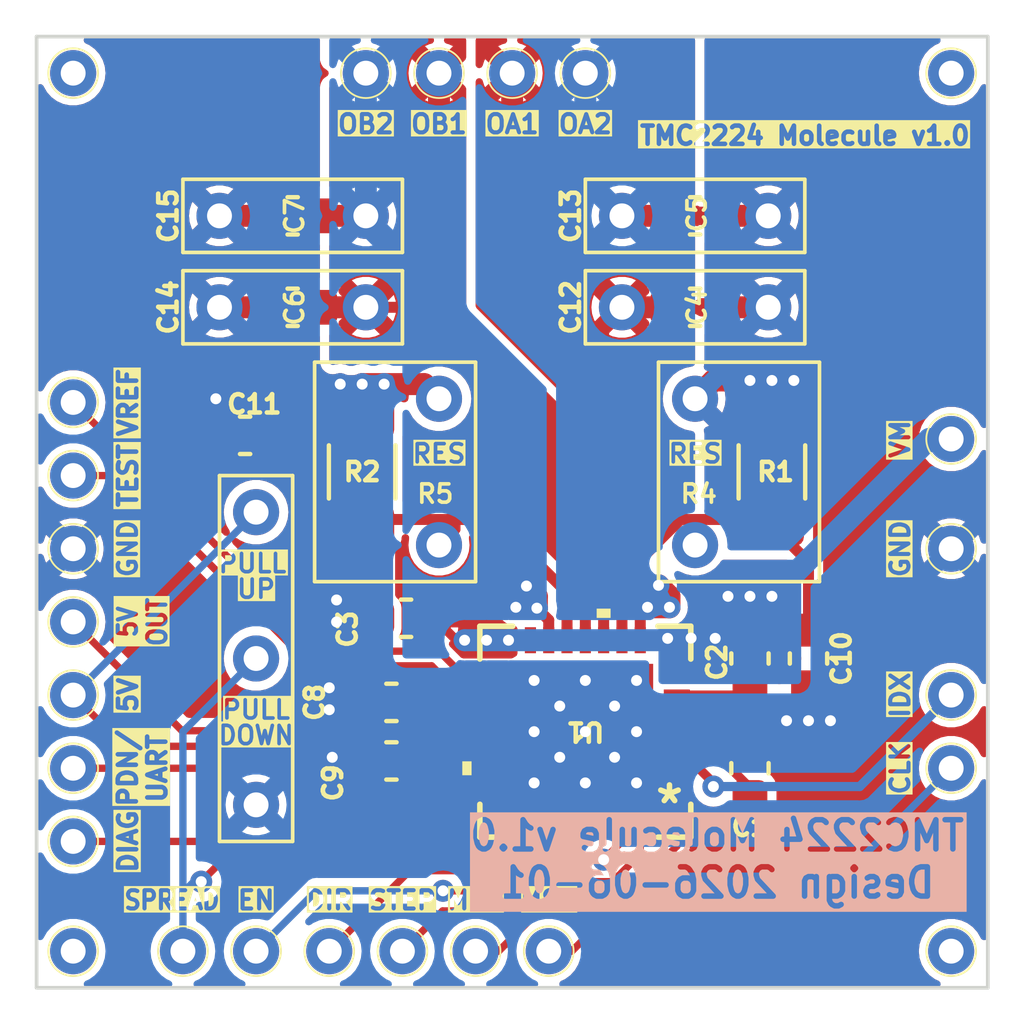
<source format=kicad_pcb>
(kicad_pcb (version 20221018) (generator pcbnew)
  (layers (0 "F.Cu" signal) (1 "In1.Cu" signal) (2 "In2.Cu" signal) (31 "B.Cu" signal) (34 "B.Paste" user) (35 "F.Paste" user) (36 "B.SilkS" user "B.Silkscreen") (37 "F.SilkS" user "F.Silkscreen") (38 "B.Mask" user) (39 "F.Mask" user) (44 "Edge.Cuts" user))
  (property "board_name" "TMC2224 Molecule v1.0")
  (net 0 "")
  (net 5 "Net-(U1-CPI)")
  (net 6 "EN1")
  (net 7 "MS1")
  (net 8 "MS2")
  (net 9 "STEP1")
  (net 10 "DIR1")
  (net 11 "Net-(U1-CPO)")
  (net 12 "Net-(U1-VCP)")
  (net 13 "VM")
  (net 14 "GND")
  (net 15 "SPREAD")
  (net 16 "PDN{slash}UART")
  (net 17 "VREF")
  (net 18 "OB2")
  (net 19 "OB1")
  (net 20 "OA1")
  (net 21 "OA2")
  (net 22 "5VOUT")
  (net 23 "5V")
  (net 24 "Net-(U1-BRA)")
  (net 25 "Net-(U1-BRB)")
  (net 26 "CLK")
  (net 27 "DIAG")
  (net 28 "INDEX")
  (net 29 "Net-(U1-TEST)")
  (footprint "Ray Library 1:ADOM_MEDIUM_PIN" (layer "F.Cu") (at 25 -25)
    (fp_text reference "X3" hide)
    (fp_text value "ADOM_MECHANICAL_PIN" hide)
    (pad "1" thru_hole circle (at 0 0) (size 1.26 1.26) (drill 0.68) (layers "*.Cu" "*.Mask"))
  )
  (footprint "Adom Molecule Library:ADOM_CAPACITOR_CHIP_6x2" (layer "F.Cu") (at 18 -18.6)
    (fp_text reference "C4" (at 0.05 0 90 unlocked) (layer "F.SilkS") (effects (font (size 0.5 0.5) (thickness 0.1))))
    (fp_text value "1nF")
    (pad "1" thru_hole circle (at -2 0) (size 1.26 1.26) (drill 0.68) (layers "*.Cu" "*.Mask") (net 20 "OA1"))
    (pad "2" thru_hole circle (at 2 0) (size 1.26 1.26) (drill 0.68) (layers "*.Cu" "*.Mask") (net 14 "GND"))
  )
  (footprint "Ray Library 1:ADOM_MEDIUM_PIN" (layer "F.Cu") (at 1 -25)
    (fp_text reference "X2" hide)
    (fp_text value "ADOM_MECHANICAL_PIN" hide)
    (pad "1" thru_hole circle (at 0 0) (size 1.26 1.26) (drill 0.68) (layers "*.Cu" "*.Mask"))
  )
  (footprint "Ray Library 1:ADOM_MEDIUM_SPRING_CONTACT" (layer "F.Cu") (at 1 -6)
    (fp_text reference "X7" hide)
    (fp_text value "~" hide)
    (pad "1" thru_hole circle (at 0 0) (size 1.26 1.26) (drill 0.68) (layers "*.Cu" "*.Mask") (net 16 "PDN{slash}UART"))
  )
  (footprint "Ray Library 1:ADOM_MEDIUM_SPRING_CONTACT" (layer "F.Cu") (at 1 -4)
    (fp_text reference "X19" hide)
    (fp_text value "~" hide)
    (pad "1" thru_hole circle (at 0 0) (size 1.26 1.26) (drill 0.68) (layers "*.Cu" "*.Mask") (net 27 "DIAG"))
  )
  (footprint "Resistor_SMD:R_1206_3216Metric" (layer "F.Cu") (at 8.9 -14.1 90)
    (fp_text reference "R2" (at 0 0 180) (layer "F.SilkS") (effects (font (size 0.5 0.5))))
    (fp_text value "0.15r/1%")
    (pad "1" smd roundrect (at -1.4625 0 90) (size 1.125 1.75) (layers "F.Cu" "F.Paste" "F.Mask") (roundrect_rratio 0.222222) (net 25 "Net-(U1-BRB)"))
    (pad "2" smd roundrect (at 1.4625 0 90) (size 1.125 1.75) (layers "F.Cu" "F.Paste" "F.Mask") (roundrect_rratio 0.222222) (net 14 "GND"))
  )
  (footprint "Ray Library 1:ADOM_MEDIUM_SPRING_CONTACT" (layer "F.Cu") (at 15 -25)
    (fp_text reference "X15" hide)
    (fp_text value "~" hide)
    (pad "1" thru_hole circle (at 0 0) (size 1.26 1.26) (drill 0.68) (layers "*.Cu" "*.Mask") (net 21 "OA2"))
  )
  (footprint "Capacitor_SMD:C_0603_1608Metric" (layer "F.Cu") (at 9.7 -6.2)
    (fp_text reference "C9" (at -1.6 0.6 -90) (layer "F.SilkS") (effects (font (size 0.5 0.5))))
    (fp_text value "100nF")
    (pad "1" smd roundrect (at -0.775 0) (size 0.9 0.95) (layers "F.Cu" "F.Paste" "F.Mask") (net 14 "GND"))
    (pad "2" smd roundrect (at 0.775 0) (size 0.9 0.95) (layers "F.Cu" "F.Paste" "F.Mask") (net 23 "5V"))
  )
  (footprint "Capacitor_SMD:C_0603_1608Metric" (layer "F.Cu") (at 19.5 -6 -90)
    (fp_text reference "C1" (at 1.6 0) (layer "F.SilkS") (effects (font (size 0.5 0.5))))
    (fp_text value "22nF")
    (pad "1" smd roundrect (at -0.775 0 270) (size 0.9 0.95) (layers "F.Cu" "F.Paste" "F.Mask") (net 5 "Net-(U1-CPI)"))
    (pad "2" smd roundrect (at 0.775 0 270) (size 0.9 0.95) (layers "F.Cu" "F.Paste" "F.Mask") (net 11 "Net-(U1-CPO)"))
  )
  (footprint "Ray Library 1:ADOM_MEDIUM_SPRING_CONTACT" (layer "F.Cu") (at 1 -10)
    (fp_text reference "X24" hide)
    (fp_text value "~" hide)
    (pad "1" thru_hole circle (at 0 0) (size 1.26 1.26) (drill 0.68) (layers "*.Cu" "*.Mask") (net 22 "5VOUT"))
  )
  (footprint "Ray Library 1:ADOM_MEDIUM_PIN" (layer "F.Cu") (at 1 -1)
    (fp_text reference "X1" hide)
    (fp_text value "ADOM_MECHANICAL_PIN" hide)
    (pad "1" thru_hole circle (at 0 0) (size 1.26 1.26) (drill 0.68) (layers "*.Cu" "*.Mask"))
  )
  (footprint "Ray Library 1:ADOM_MEDIUM_SPRING_CONTACT" (layer "F.Cu") (at 12 -1)
    (fp_text reference "X10" hide)
    (fp_text value "~" hide)
    (pad "1" thru_hole circle (at 0 0) (size 1.26 1.26) (drill 0.68) (layers "*.Cu" "*.Mask") (net 7 "MS1"))
  )
  (footprint "Adom Molecule Library:ADOM_CAPACITOR_CHIP_6x2" (layer "F.Cu") (at 7 -18.6 180)
    (fp_text reference "C6" (at -0.05 0 90 unlocked) (layer "F.SilkS") (effects (font (size 0.5 0.5) (thickness 0.1))))
    (fp_text value "1nF")
    (pad "1" thru_hole circle (at -2 0 180) (size 1.26 1.26) (drill 0.68) (layers "*.Cu" "*.Mask") (net 19 "OB1"))
    (pad "2" thru_hole circle (at 2 0 180) (size 1.26 1.26) (drill 0.68) (layers "*.Cu" "*.Mask") (net 14 "GND"))
  )
  (footprint "Ray Library 1:ADOM_MEDIUM_SPRING_CONTACT" (layer "F.Cu") (at 25 -6)
    (fp_text reference "X5" hide)
    (fp_text value "~" hide)
    (pad "1" thru_hole circle (at 0 0) (size 1.26 1.26) (drill 0.68) (layers "*.Cu" "*.Mask") (net 26 "CLK"))
  )
  (footprint "Ray Library 1:ADOM_MEDIUM_SPRING_CONTACT" (layer "F.Cu") (at 1 -8)
    (fp_text reference "X22" hide)
    (fp_text value "~" hide)
    (pad "1" thru_hole circle (at 0 0) (size 1.26 1.26) (drill 0.68) (layers "*.Cu" "*.Mask") (net 23 "5V"))
  )
  (footprint "Capacitor_SMD:C_0603_1608Metric" (layer "F.Cu") (at 19.5 -9 90)
    (fp_text reference "C2" (at -0.1 -0.9 90) (layer "F.SilkS") (effects (font (size 0.5 0.5))))
    (fp_text value "100nF")
    (pad "1" smd roundrect (at -0.775 0 90) (size 0.9 0.95) (layers "F.Cu" "F.Paste" "F.Mask") (net 12 "Net-(U1-VCP)"))
    (pad "2" smd roundrect (at 0.775 0 90) (size 0.9 0.95) (layers "F.Cu" "F.Paste" "F.Mask") (net 13 "VM"))
  )
  (footprint "Ray Library 1:ADOM_MEDIUM_SPRING_CONTACT" (layer "F.Cu") (at 14 -1)
    (fp_text reference "X9" hide)
    (fp_text value "~" hide)
    (pad "1" thru_hole circle (at 0 0) (size 1.26 1.26) (drill 0.68) (layers "*.Cu" "*.Mask") (net 8 "MS2"))
  )
  (footprint "Adom Molecule Library:ADOM_Resistor_1206" (layer "F.Cu") (at 11 -14.1 90)
    (fp_text reference "R5" (at -0.6 -0.1 unlocked) (layer "F.SilkS") (effects (font (size 0.5 0.5) (thickness 0.1))))
    (fp_text value "0.15r/1%")
    (fp_text user "RES" (at 0.5 0 unlocked) (layer "F.SilkS" knockout) (effects (font (size 0.5 0.5) (thickness 0.1))))
    (pad "1" thru_hole circle (at -2 0 90) (size 1.26 1.26) (drill 0.68) (layers "*.Cu" "*.Mask") (net 25 "Net-(U1-BRB)"))
    (pad "2" thru_hole circle (at 2 0 90) (size 1.26 1.26) (drill 0.68) (layers "*.Cu" "*.Mask") (net 14 "GND"))
  )
  (footprint "Adom Molecule Library:ADOM_CAPACITOR_CHIP_6x2" (layer "F.Cu") (at 7 -21.1 180)
    (fp_text reference "C7" (at -0.05 0 90 unlocked) (layer "F.SilkS") (effects (font (size 0.5 0.5) (thickness 0.1))))
    (fp_text value "1nF")
    (pad "1" thru_hole circle (at -2 0 180) (size 1.26 1.26) (drill 0.68) (layers "*.Cu" "*.Mask") (net 18 "OB2"))
    (pad "2" thru_hole circle (at 2 0 180) (size 1.26 1.26) (drill 0.68) (layers "*.Cu" "*.Mask") (net 14 "GND"))
  )
  (footprint "Adom Molecule Library:ADOM_Resistor_1206" (layer "F.Cu") (at 18 -14.1 -90)
    (fp_text reference "R4" (at 0.6 -0.1 unlocked) (layer "F.SilkS") (effects (font (size 0.5 0.5) (thickness 0.1))))
    (fp_text value "0.15r/1%")
    (fp_text user "RES" (at -0.5 0 unlocked) (layer "F.SilkS" knockout) (effects (font (size 0.5 0.5) (thickness 0.1))))
    (pad "1" thru_hole circle (at -2 0 270) (size 1.26 1.26) (drill 0.68) (layers "*.Cu" "*.Mask") (net 14 "GND"))
    (pad "2" thru_hole circle (at 2 0 270) (size 1.26 1.26) (drill 0.68) (layers "*.Cu" "*.Mask") (net 24 "Net-(U1-BRA)"))
  )
  (footprint "Resistor_SMD:R_1206_3216Metric" (layer "F.Cu") (at 20.1 -14.1 90)
    (fp_text reference "R1" (at 0 0.1 180) (layer "F.SilkS") (effects (font (size 0.5 0.5))))
    (fp_text value "0.15r/1%")
    (pad "1" smd roundrect (at -1.4625 0 90) (size 1.125 1.75) (layers "F.Cu" "F.Paste" "F.Mask") (roundrect_rratio 0.222222) (net 24 "Net-(U1-BRA)"))
    (pad "2" smd roundrect (at 1.4625 0 90) (size 1.125 1.75) (layers "F.Cu" "F.Paste" "F.Mask") (roundrect_rratio 0.222222) (net 14 "GND"))
  )
  (footprint "Capacitor_SMD:C_0603_1608Metric" (layer "F.Cu") (at 7 -18.6 180)
    (fp_text reference "C14" (at 3.4 0 90) (layer "F.SilkS") (effects (font (size 0.5 0.5))))
    (fp_text value "1nF")
    (pad "1" smd roundrect (at -0.775 0 180) (size 0.9 0.95) (layers "F.Cu" "F.Paste" "F.Mask") (net 19 "OB1"))
    (pad "2" smd roundrect (at 0.775 0 180) (size 0.9 0.95) (layers "F.Cu" "F.Paste" "F.Mask") (net 14 "GND"))
  )
  (footprint "Adom Molecule Library:ADOM_CAPACITOR_CHIP_6x2" (layer "F.Cu") (at 18 -21.1)
    (fp_text reference "C5" (at 0.05 -0.05 90 unlocked) (layer "F.SilkS") (effects (font (size 0.5 0.5) (thickness 0.1))))
    (fp_text value "1nF")
    (pad "1" thru_hole circle (at -2 0) (size 1.26 1.26) (drill 0.68) (layers "*.Cu" "*.Mask") (net 21 "OA2"))
    (pad "2" thru_hole circle (at 2 0) (size 1.26 1.26) (drill 0.68) (layers "*.Cu" "*.Mask") (net 14 "GND"))
  )
  (footprint "Ray Library 1:ADOM_MEDIUM_SPRING_CONTACT" (layer "F.Cu") (at 1 -16)
    (fp_text reference "X6" hide)
    (fp_text value "~" hide)
    (pad "1" thru_hole circle (at 0 0) (size 1.26 1.26) (drill 0.68) (layers "*.Cu" "*.Mask") (net 17 "VREF"))
  )
  (footprint "Capacitor_SMD:C_0603_1608Metric" (layer "F.Cu") (at 5.7 -15.1)
    (fp_text reference "C11" (at 0.25 -0.85) (layer "F.SilkS") (effects (font (size 0.5 0.5))))
    (fp_text value "100nF")
    (pad "1" smd roundrect (at -0.775 0) (size 0.9 0.95) (layers "F.Cu" "F.Paste" "F.Mask") (net 14 "GND"))
    (pad "2" smd roundrect (at 0.775 0) (size 0.9 0.95) (layers "F.Cu" "F.Paste" "F.Mask") (net 25 "Net-(U1-BRB)"))
  )
  (footprint "Ray Library 1:ADOM_MEDIUM_SPRING_CONTACT" (layer "F.Cu") (at 25 -8)
    (fp_text reference "X18" hide)
    (fp_text value "~" hide)
    (pad "1" thru_hole circle (at 0 0) (size 1.26 1.26) (drill 0.68) (layers "*.Cu" "*.Mask") (net 28 "INDEX"))
  )
  (footprint "Ray Library 1:ADOM_MEDIUM_SPRING_CONTACT" (layer "F.Cu") (at 9 -25)
    (fp_text reference "X17" hide)
    (fp_text value "~" hide)
    (pad "1" thru_hole circle (at 0 0) (size 1.26 1.26) (drill 0.68) (layers "*.Cu" "*.Mask") (net 18 "OB2"))
  )
  (footprint "Ray Library 1:QFN28_5X5_TRI" (layer "F.Cu") (at 15 -7 180)
    (fp_text reference "U1" (at 0 0 180 unlocked) (layer "F.SilkS") (effects (font (size 0.5 0.5))))
    (fp_text value "~")
    (fp_text user "*" (at -2.3 -2 180) (layer "F.SilkS"))
    (pad "1" smd rect (at -2.5 -1.50114 270) (size 0.3048 0.7112) (layers "F.Cu" "F.Paste" "F.Mask") (net 8 "MS2"))
    (pad "2" smd rect (at -2.5 -1.00076 270) (size 0.3048 0.7112) (layers "F.Cu" "F.Paste" "F.Mask") (net 28 "INDEX"))
    (pad "3" smd rect (at -2.5 -0.50038 270) (size 0.3048 0.7112) (layers "F.Cu" "F.Paste" "F.Mask") (net 14 "GND"))
    (pad "4" smd rect (at -2.5 0 270) (size 0.3048 0.7112) (layers "F.Cu" "F.Paste" "F.Mask") (net 11 "Net-(U1-CPO)"))
    (pad "5" smd rect (at -2.5 0.50038 270) (size 0.3048 0.7112) (layers "F.Cu" "F.Paste" "F.Mask") (net 5 "Net-(U1-CPI)"))
    (pad "6" smd rect (at -2.5 1.00076 270) (size 0.3048 0.7112) (layers "F.Cu" "F.Paste" "F.Mask") (net 12 "Net-(U1-VCP)"))
    (pad "7" smd rect (at -2.5 1.50114 270) (size 0.3048 0.7112) (layers "F.Cu" "F.Paste" "F.Mask") (net 13 "VM"))
    (pad "8" smd rect (at -1.50114 2.5 180) (size 0.3048 0.7112) (layers "F.Cu" "F.Paste" "F.Mask") (net 21 "OA2"))
    (pad "9" smd rect (at -1.00076 2.5 180) (size 0.3048 0.7112) (layers "F.Cu" "F.Paste" "F.Mask") (net 24 "Net-(U1-BRA)"))
    (pad "10" smd rect (at -0.50038 2.5 180) (size 0.3048 0.7112) (layers "F.Cu" "F.Paste" "F.Mask") (net 20 "OA1"))
    (pad "11" smd rect (at 0 2.5 180) (size 0.3048 0.7112) (layers "F.Cu" "F.Paste" "F.Mask") (net 19 "OB1"))
    (pad "12" smd rect (at 0.50038 2.5 180) (size 0.3048 0.7112) (layers "F.Cu" "F.Paste" "F.Mask") (net 25 "Net-(U1-BRB)"))
    (pad "13" smd rect (at 1.00076 2.5 180) (size 0.3048 0.7112) (layers "F.Cu" "F.Paste" "F.Mask") (net 18 "OB2"))
    (pad "14" smd rect (at 1.50114 2.5 180) (size 0.3048 0.7112) (layers "F.Cu" "F.Paste" "F.Mask") (net 13 "VM"))
    (pad "15" smd rect (at 2.5 1.50114 270) (size 0.3048 0.7112) (layers "F.Cu" "F.Paste" "F.Mask") (net 17 "VREF"))
    (pad "16" smd rect (at 2.5 1.00076 270) (size 0.3048 0.7112) (layers "F.Cu" "F.Paste" "F.Mask") (net 29 "Net-(U1-TEST)"))
    (pad "17" smd rect (at 2.5 0.50038 270) (size 0.3048 0.7112) (layers "F.Cu" "F.Paste" "F.Mask") (net 14 "GND"))
    (pad "18" smd rect (at 2.5 0 270) (size 0.3048 0.7112) (layers "F.Cu" "F.Paste" "F.Mask") (net 22 "5VOUT"))
    (pad "19" smd rect (at 2.5 -0.50038 270) (size 0.3048 0.7112) (layers "F.Cu" "F.Paste" "F.Mask") (net 23 "5V"))
    (pad "20" smd rect (at 2.5 -1.00076 270) (size 0.3048 0.7112) (layers "F.Cu" "F.Paste" "F.Mask") (net 16 "PDN{slash}UART"))
    (pad "21" smd rect (at 2.5 -1.50114 270) (size 0.3048 0.7112) (layers "F.Cu" "F.Paste" "F.Mask") (net 27 "DIAG"))
    (pad "22" smd rect (at 1.50114 -2.5 180) (size 0.3048 0.7112) (layers "F.Cu" "F.Paste" "F.Mask") (net 15 "SPREAD"))
    (pad "23" smd rect (at 1.00076 -2.5 180) (size 0.3048 0.7112) (layers "F.Cu" "F.Paste" "F.Mask") (net 10 "DIR1"))
    (pad "24" smd rect (at 0.50038 -2.5 180) (size 0.3048 0.7112) (layers "F.Cu" "F.Paste" "F.Mask") (net 6 "EN1"))
    (pad "25" smd rect (at 0 -2.5 180) (size 0.3048 0.7112) (layers "F.Cu" "F.Paste" "F.Mask") (net 9 "STEP1"))
    (pad "26" smd rect (at -0.50038 -2.5 180) (size 0.3048 0.7112) (layers "F.Cu" "F.Paste" "F.Mask"))
    (pad "27" smd rect (at -1.00076 -2.5 180) (size 0.3048 0.7112) (layers "F.Cu" "F.Paste" "F.Mask") (net 26 "CLK"))
    (pad "28" smd rect (at -1.50114 -2.5 180) (size 0.3048 0.7112) (layers "F.Cu" "F.Paste" "F.Mask") (net 7 "MS1"))
    (pad "PAD" smd rect (at 0 0 180) (size 3.7084 3.7084) (layers "F.Cu" "F.Mask") (net 14 "GND"))
  )
  (footprint "Capacitor_SMD:C_0603_1608Metric" (layer "F.Cu") (at 7 -21.1 180)
    (fp_text reference "C15" (at 3.4 0 90) (layer "F.SilkS") (effects (font (size 0.5 0.5))))
    (fp_text value "1nF")
    (pad "1" smd roundrect (at -0.775 0 180) (size 0.9 0.95) (layers "F.Cu" "F.Paste" "F.Mask") (net 18 "OB2"))
    (pad "2" smd roundrect (at 0.775 0 180) (size 0.9 0.95) (layers "F.Cu" "F.Paste" "F.Mask") (net 14 "GND"))
  )
  (footprint "Adom Molecule Library:ADOM_RESISTOR_CHIP_6x2_3Way_Selector" (layer "F.Cu") (at 6 -9 -90)
    (fp_text reference "RSelect1" hide)
    (fp_text value "Adom_R_3Way_Pullup_or_Pulldown")
    (fp_text user "PULL" (at 1.4 0 unlocked) (layer "F.SilkS" knockout) (effects (font (size 0.5 0.5) (thickness 0.1))))
    (fp_text user "DOWN" (at 2.1 0 unlocked) (layer "F.SilkS" knockout) (effects (font (size 0.5 0.48) (thickness 0.1))))
    (fp_text user " UP " (at -1.9 0 unlocked) (layer "F.SilkS" knockout) (effects (font (size 0.5 0.5) (thickness 0.1))))
    (fp_text user "PULL" (at -2.6 0.1 unlocked) (layer "F.SilkS" knockout) (effects (font (size 0.5 0.5) (thickness 0.1))))
    (pad "1" thru_hole circle (at -4 0 270) (size 1.26 1.26) (drill 0.68) (layers "*.Cu" "*.Mask") (net 23 "5V"))
    (pad "2" thru_hole circle (at 0 0 270) (size 1.26 1.26) (drill 0.68) (layers "*.Cu" "*.Mask") (net 15 "SPREAD"))
    (pad "3" thru_hole circle (at 4 0 270) (size 1.26 1.26) (drill 0.68) (layers "*.Cu" "*.Mask") (net 14 "GND"))
  )
  (footprint "Capacitor_SMD:C_0603_1608Metric" (layer "F.Cu") (at 18 -18.6)
    (fp_text reference "C12" (at -3.4 0 90) (layer "F.SilkS") (effects (font (size 0.5 0.5))))
    (fp_text value "1nF")
    (pad "1" smd roundrect (at -0.775 0) (size 0.9 0.95) (layers "F.Cu" "F.Paste" "F.Mask") (net 20 "OA1"))
    (pad "2" smd roundrect (at 0.775 0) (size 0.9 0.95) (layers "F.Cu" "F.Paste" "F.Mask") (net 14 "GND"))
  )
  (footprint "Ray Library 1:ADOM_MEDIUM_SPRING_CONTACT" (layer "F.Cu") (at 13 -25)
    (fp_text reference "X14" hide)
    (fp_text value "~" hide)
    (pad "1" thru_hole circle (at 0 0) (size 1.26 1.26) (drill 0.68) (layers "*.Cu" "*.Mask") (net 20 "OA1"))
  )
  (footprint "Ray Library 1:ADOM_MEDIUM_SPRING_CONTACT" (layer "F.Cu") (at 1 -12)
    (fp_text reference "X25" hide)
    (fp_text value "~" hide)
    (pad "1" thru_hole circle (at 0 0) (size 1.26 1.26) (drill 0.68) (layers "*.Cu" "*.Mask") (net 14 "GND"))
  )
  (footprint "Ray Library 1:ADOM_MEDIUM_SPRING_CONTACT" (layer "F.Cu") (at 10 -1)
    (fp_text reference "X12" hide)
    (fp_text value "~" hide)
    (pad "1" thru_hole circle (at 0 0) (size 1.26 1.26) (drill 0.68) (layers "*.Cu" "*.Mask") (net 9 "STEP1"))
  )
  (footprint "Ray Library 1:ADOM_MEDIUM_SPRING_CONTACT" (layer "F.Cu") (at 6 -1)
    (fp_text reference "X13" hide)
    (fp_text value "~" hide)
    (pad "1" thru_hole circle (at 0 0) (size 1.26 1.26) (drill 0.68) (layers "*.Cu" "*.Mask") (net 6 "EN1"))
  )
  (footprint "Capacitor_SMD:C_0603_1608Metric" (layer "F.Cu") (at 9.7 -7.8)
    (fp_text reference "C8" (at -2.1 0 90) (layer "F.SilkS") (effects (font (size 0.5 0.5))))
    (fp_text value "2.2uF")
    (pad "1" smd roundrect (at -0.775 0) (size 0.9 0.95) (layers "F.Cu" "F.Paste" "F.Mask") (net 14 "GND"))
    (pad "2" smd roundrect (at 0.775 0) (size 0.9 0.95) (layers "F.Cu" "F.Paste" "F.Mask") (net 22 "5VOUT"))
  )
  (footprint "Ray Library 1:ADOM_MEDIUM_SPRING_CONTACT" (layer "F.Cu") (at 25 -15)
    (fp_text reference "X20" hide)
    (fp_text value "~" hide)
    (pad "1" thru_hole circle (at 0 0) (size 1.26 1.26) (drill 0.68) (layers "*.Cu" "*.Mask") (net 13 "VM"))
  )
  (footprint "Ray Library 1:ADOM_MEDIUM_SPRING_CONTACT" (layer "F.Cu") (at 25 -12)
    (fp_text reference "X21" hide)
    (fp_text value "~" hide)
    (pad "1" thru_hole circle (at 0 0) (size 1.26 1.26) (drill 0.68) (layers "*.Cu" "*.Mask") (net 14 "GND"))
  )
  (footprint "Ray Library 1:ADOM_MEDIUM_PIN" (layer "F.Cu") (at 25 -1)
    (fp_text reference "X4" hide)
    (fp_text value "ADOM_MECHANICAL_PIN" hide)
    (pad "1" thru_hole circle (at 0 0) (size 1.26 1.26) (drill 0.68) (layers "*.Cu" "*.Mask"))
  )
  (footprint "Capacitor_SMD:C_0603_1608Metric" (layer "F.Cu") (at 10.1 -10.1)
    (fp_text reference "C3" (at -1.6 0.3 90) (layer "F.SilkS") (effects (font (size 0.5 0.5))))
    (fp_text value "100nF")
    (pad "1" smd roundrect (at -0.775 0) (size 0.9 0.95) (layers "F.Cu" "F.Paste" "F.Mask") (net 14 "GND"))
    (pad "2" smd roundrect (at 0.775 0) (size 0.9 0.95) (layers "F.Cu" "F.Paste" "F.Mask") (net 13 "VM"))
  )
  (footprint "Capacitor_SMD:C_0603_1608Metric" (layer "F.Cu") (at 21.1 -9 90)
    (fp_text reference "C10" (at 0 0.9 270) (layer "F.SilkS") (effects (font (size 0.5 0.5))))
    (fp_text value "100nF")
    (pad "1" smd roundrect (at -0.775 0 90) (size 0.9 0.95) (layers "F.Cu" "F.Paste" "F.Mask") (net 14 "GND"))
    (pad "2" smd roundrect (at 0.775 0 90) (size 0.9 0.95) (layers "F.Cu" "F.Paste" "F.Mask") (net 24 "Net-(U1-BRA)"))
  )
  (footprint "Ray Library 1:ADOM_MEDIUM_SPRING_CONTACT" (layer "F.Cu") (at 1 -14)
    (fp_text reference "X23" hide)
    (fp_text value "~" hide)
    (pad "1" thru_hole circle (at 0 0) (size 1.26 1.26) (drill 0.68) (layers "*.Cu" "*.Mask") (net 29 "Net-(U1-TEST)"))
  )
  (footprint "Ray Library 1:ADOM_MEDIUM_SPRING_CONTACT" (layer "F.Cu") (at 8 -1)
    (fp_text reference "X11" hide)
    (fp_text value "~" hide)
    (pad "1" thru_hole circle (at 0 0) (size 1.26 1.26) (drill 0.68) (layers "*.Cu" "*.Mask") (net 10 "DIR1"))
  )
  (footprint "Ray Library 1:ADOM_MEDIUM_SPRING_CONTACT" (layer "F.Cu") (at 11 -25)
    (fp_text reference "X16" hide)
    (fp_text value "~" hide)
    (pad "1" thru_hole circle (at 0 0) (size 1.26 1.26) (drill 0.68) (layers "*.Cu" "*.Mask") (net 19 "OB1"))
  )
  (footprint "Ray Library 1:ADOM_MEDIUM_SPRING_CONTACT" (layer "F.Cu") (at 4 -1)
    (fp_text reference "X8" hide)
    (fp_text value "~" hide)
    (pad "1" thru_hole circle (at 0 0) (size 1.26 1.26) (drill 0.68) (layers "*.Cu" "*.Mask") (net 15 "SPREAD"))
  )
  (footprint "Capacitor_SMD:C_0603_1608Metric" (layer "F.Cu") (at 18 -21.1)
    (fp_text reference "C13" (at -3.4 0 90) (layer "F.SilkS") (effects (font (size 0.5 0.5))))
    (fp_text value "1nF")
    (pad "1" smd roundrect (at -0.775 0) (size 0.9 0.95) (layers "F.Cu" "F.Paste" "F.Mask") (net 21 "OA2"))
    (pad "2" smd roundrect (at 0.775 0) (size 0.9 0.95) (layers "F.Cu" "F.Paste" "F.Mask") (net 14 "GND"))
  )
  (gr_line (start 26 0) (end 0 0) (stroke (width 0.1)) (layer "Edge.Cuts"))
  (gr_line (start 0 -26) (end 26 -26) (stroke (width 0.1)) (layer "Edge.Cuts"))
  (gr_line (start 0 0) (end 0 -26) (stroke (width 0.1)) (layer "Edge.Cuts"))
  (gr_line (start 26 -26) (end 26 0) (stroke (width 0.1)) (layer "Edge.Cuts"))
  (gr_text "${board_name}\nDesign ${CURRENT_DATE}" (at 18.6 -2.4) (layer "B.SilkS" knockout) (effects (font (size 0.8 0.75)) (justify bottom mirror)))
  (gr_text "DIAG" (at 2.5 -4 90) (layer "F.SilkS" knockout) (effects (font (size 0.5 0.5) (thickness 0.125) bold)))
  (gr_text "OA2" (at 15 -23.9) (layer "F.SilkS" knockout) (effects (font (size 0.5 0.5) (thickness 0.1125) bold) (justify top)))
  (gr_text "EN" (at 6 -2.1) (layer "F.SilkS" knockout) (effects (font (size 0.5 0.5) (thickness 0.1125) bold) (justify bottom)))
  (gr_text "MS1" (at 12 -2.1) (layer "F.SilkS" knockout) (effects (font (size 0.5 0.5) (thickness 0.1125) bold) (justify bottom)))
  (gr_text "OB2" (at 9 -23.9) (layer "F.SilkS" knockout) (effects (font (size 0.5 0.5) (thickness 0.1125) bold) (justify top)))
  (gr_text "OA1" (at 13 -23.9) (layer "F.SilkS" knockout) (effects (font (size 0.5 0.5) (thickness 0.1125) bold) (justify top)))
  (gr_text "5V" (at 2.5 -8 90) (layer "F.SilkS" knockout) (effects (font (size 0.5 0.5) (thickness 0.125) bold)))
  (gr_text "IDX" (at 23.9 -8 90) (layer "F.SilkS" knockout) (effects (font (size 0.5 0.5) (thickness 0.1125) bold) (justify bottom)))
  (gr_text "CLK" (at 23.9 -6 90) (layer "F.SilkS" knockout) (effects (font (size 0.5 0.5) (thickness 0.1125) bold) (justify bottom)))
  (gr_text "5V\nOUT" (at 2.2 -10 90) (layer "F.SilkS" knockout) (effects (font (size 0.5 0.45) (thickness 0.1125) bold) (justify top)))
  (gr_text "TEST" (at 2.5 -14 90) (layer "F.SilkS" knockout) (effects (font (size 0.5 0.5) (thickness 0.125) bold)))
  (gr_text "VM" (at 23.9 -15 90) (layer "F.SilkS" knockout) (effects (font (size 0.5 0.5) (thickness 0.1125) bold) (justify bottom)))
  (gr_text "PDN/\nUART" (at 2.2 -6 90) (layer "F.SilkS" knockout) (effects (font (size 0.5 0.5) (thickness 0.125) bold) (justify top)))
  (gr_text "STEP" (at 10 -2.1) (layer "F.SilkS" knockout) (effects (font (size 0.5 0.5) (thickness 0.1125) bold) (justify bottom)))
  (gr_text "${board_name}" (at 21 -23) (layer "F.SilkS" knockout) (effects (font (size 0.5 0.5) (thickness 0.125)) (justify bottom)))
  (gr_text "DIR" (at 8 -2.1) (layer "F.SilkS" knockout) (effects (font (size 0.5 0.5) (thickness 0.1125) bold) (justify bottom)))
  (gr_text "GND" (at 23.9 -12 90) (layer "F.SilkS" knockout) (effects (font (size 0.5 0.5) (thickness 0.1125) bold) (justify bottom)))
  (gr_text "SPREAD" (at 3.7 -2.1) (layer "F.SilkS" knockout) (effects (font (size 0.5 0.45) (thickness 0.1125) bold) (justify bottom)))
  (gr_text "GND" (at 2.2 -12 90) (layer "F.SilkS" knockout) (effects (font (size 0.5 0.5) (thickness 0.1125) bold) (justify top)))
  (gr_text "VREF" (at 2.5 -16 90) (layer "F.SilkS" knockout) (effects (font (size 0.5 0.5) (thickness 0.125) bold)))
  (gr_text "MS2" (at 14 -2.1) (layer "F.SilkS" knockout) (effects (font (size 0.5 0.5) (thickness 0.1125) bold) (justify bottom)))
  (gr_text "OB1" (at 11 -23.9) (layer "F.SilkS" knockout) (effects (font (size 0.5 0.5) (thickness 0.1125) bold) (justify top)))
  (segment (start 18.77462 -7.50038) (end 19.5 -6.775) (width 0.25) (layer "F.Cu") (net 5))
  (segment (start 17.5 -7.50038) (end 18.77462 -7.50038) (width 0.25) (layer "F.Cu") (net 5))
  (segment (start 14.49962 -4.002811) (end 13.146809 -2.65) (width 0.2) (layer "F.Cu") (net 6))
  (segment (start 13.146809 -2.65) (end 11.10961 -2.65) (width 0.2) (layer "F.Cu") (net 6))
  (segment (start 14.49962 -4.5) (end 14.49962 -4.002811) (width 0.2) (layer "F.Cu") (net 6))
  (via (at 11.10961 -2.65) (size 0.6) (drill 0.3) (layers "F.Cu" "B.Cu") (net 6))
  (segment (start 7.65 -2.65) (end 11.10961 -2.65) (width 0.2) (layer "B.Cu") (net 6))
  (segment (start 6 -1) (end 7.65 -2.65) (width 0.2) (layer "B.Cu") (net 6))
  (segment (start 16.50114 -3.652611) (end 16.50114 -4.5) (width 0.2) (layer "F.Cu") (net 7))
  (segment (start 12 -1) (end 12.63 -1) (width 0.2) (layer "F.Cu") (net 7))
  (segment (start 14.53 -2.9) (end 15.748529 -2.9) (width 0.2) (layer "F.Cu") (net 7))
  (segment (start 15.748529 -2.9) (end 16.50114 -3.652611) (width 0.2) (layer "F.Cu") (net 7))
  (segment (start 12.63 -1) (end 14.53 -2.9) (width 0.2) (layer "F.Cu") (net 7))
  (segment (start 14 -1) (end 14.63 -1) (width 0.2) (layer "F.Cu") (net 8))
  (segment (start 14.63 -1) (end 17.5 -3.87) (width 0.2) (layer "F.Cu") (net 8))
  (segment (start 17.5 -3.87) (end 17.5 -5.49886) (width 0.2) (layer "F.Cu") (net 8))
  (segment (start 10 -1) (end 11.1 -2.1) (width 0.2) (layer "F.Cu") (net 9))
  (segment (start 15 -3.948529) (end 15 -4.5) (width 0.2) (layer "F.Cu") (net 9))
  (segment (start 13.151471 -2.1) (end 15 -3.948529) (width 0.2) (layer "F.Cu") (net 9))
  (segment (start 11.1 -2.1) (end 13.151471 -2.1) (width 0.2) (layer "F.Cu") (net 9))
  (segment (start 10.2 -3.2) (end 13.131124 -3.2) (width 0.2) (layer "F.Cu") (net 10))
  (segment (start 13.131124 -3.2) (end 13.99924 -4.068116) (width 0.2) (layer "F.Cu") (net 10))
  (segment (start 8 -1) (end 10.2 -3.2) (width 0.2) (layer "F.Cu") (net 10))
  (segment (start 13.99924 -4.068116) (end 13.99924 -4.5) (width 0.2) (layer "F.Cu") (net 10))
  (segment (start 19.5 -5.46724) (end 19.5 -5.225) (width 0.25) (layer "F.Cu") (net 11))
  (segment (start 17.96724 -7) (end 19.5 -5.46724) (width 0.25) (layer "F.Cu") (net 11))
  (segment (start 17.5 -7) (end 17.96724 -7) (width 0.25) (layer "F.Cu") (net 11))
  (segment (start 17.5 -8.00076) (end 19.27576 -8.00076) (width 0.25) (layer "F.Cu") (net 12))
  (segment (start 19.27576 -8.00076) (end 19.5 -8.225) (width 0.25) (layer "F.Cu") (net 12))
  (segment (start 12.9 -9.5) (end 12.3 -9.5) (width 0.25) (layer "F.Cu") (net 13))
  (segment (start 17.3 -9.5) (end 17.832345 -9.5) (width 0.25) (layer "F.Cu") (net 13))
  (segment (start 11.475 -9.5) (end 10.875 -10.1) (width 0.25) (layer "F.Cu") (net 13))
  (segment (start 19.5 -9.775) (end 19.5 -10.7) (width 0.3) (layer "F.Cu") (net 13))
  (segment (start 18.77386 -9.775) (end 19.2 -9.775) (width 0.25) (layer "F.Cu") (net 13))
  (segment (start 13.49886 -9.5) (end 12.9 -9.5) (width 0.25) (layer "F.Cu") (net 13))
  (segment (start 17.890391 -9.558046) (end 18.541954 -9.558046) (width 0.25) (layer "F.Cu") (net 13))
  (segment (start 18.9 -10.7) (end 19.5 -10.7) (width 0.6) (layer "F.Cu") (net 13))
  (segment (start 12.3 -9.5) (end 11.7 -9.5) (width 0.25) (layer "F.Cu") (net 13))
  (segment (start 19.5 -10.7) (end 20.1 -10.7) (width 0.6) (layer "F.Cu") (net 13))
  (segment (start 17.5 -8.50114) (end 17.3 -8.70114) (width 0.25) (layer "F.Cu") (net 13))
  (segment (start 18.541954 -9.558046) (end 18.54943 -9.55057) (width 0.25) (layer "F.Cu") (net 13))
  (segment (start 17.832345 -9.5) (end 17.890391 -9.558046) (width 0.25) (layer "F.Cu") (net 13))
  (segment (start 11.7 -9.5) (end 11.475 -9.5) (width 0.25) (layer "F.Cu") (net 13))
  (segment (start 17.3 -8.70114) (end 17.3 -9.5) (width 0.25) (layer "F.Cu") (net 13))
  (segment (start 18.54943 -9.55057) (end 18.77386 -9.775) (width 0.25) (layer "F.Cu") (net 13))
  (segment (start 17.5 -8.50114) (end 18.54943 -9.55057) (width 0.25) (layer "F.Cu") (net 13))
  (via (at 18.9 -10.7) (size 0.6) (drill 0.3) (layers "F.Cu" "B.Cu") (net 13))
  (via (at 18.55 -9.55057) (size 0.6) (drill 0.3) (layers "F.Cu" "B.Cu") (net 13))
  (via (at 20.1 -10.7) (size 0.6) (drill 0.3) (layers "F.Cu" "B.Cu") (net 13))
  (via (at 11.7 -9.5) (size 0.6) (drill 0.3) (layers "F.Cu" "B.Cu") (net 13))
  (via (at 17.890391 -9.558046) (size 0.6) (drill 0.3) (layers "F.Cu" "B.Cu") (net 13))
  (via (at 17.25 -9.55) (size 0.6) (drill 0.3) (layers "F.Cu" "B.Cu") (net 13))
  (via (at 19.5 -10.7) (size 0.6) (drill 0.3) (layers "F.Cu" "B.Cu") (net 13))
  (via (at 12.3 -9.5) (size 0.6) (drill 0.3) (layers "F.Cu" "B.Cu") (net 13))
  (via (at 12.9 -9.5) (size 0.6) (drill 0.3) (layers "F.Cu" "B.Cu") (net 13))
  (segment (start 24.4 -15) (end 25 -15) (width 0.6) (layer "B.Cu") (net 13))
  (segment (start 19.5 -10.7) (end 18.9 -10.7) (width 0.6) (layer "B.Cu") (net 13))
  (segment (start 12.3 -9.5) (end 12.9 -9.5) (width 0.6) (layer "B.Cu") (net 13))
  (segment (start 17.890391 -9.558046) (end 18.542524 -9.558046) (width 0.6) (layer "B.Cu") (net 13))
  (segment (start 17.2 -9.5) (end 17.25 -9.55) (width 0.6) (layer "B.Cu") (net 13))
  (segment (start 20.1 -10.7) (end 19.5 -10.7) (width 0.6) (layer "B.Cu") (net 13))
  (segment (start 17.882345 -9.55) (end 17.890391 -9.558046) (width 0.6) (layer "B.Cu") (net 13))
  (segment (start 20.2 -10.8) (end 20.1 -10.7) (width 0.6) (layer "B.Cu") (net 13))
  (segment (start 12.9 -9.5) (end 17.2 -9.5) (width 0.6) (layer "B.Cu") (net 13))
  (segment (start 20.2 -10.8) (end 24.4 -15) (width 0.6) (layer "B.Cu") (net 13))
  (segment (start 17.25 -9.55) (end 17.882345 -9.55) (width 0.6) (layer "B.Cu") (net 13))
  (segment (start 11.7 -9.5) (end 12.3 -9.5) (width 0.6) (layer "B.Cu") (net 13))
  (segment (start 18.542524 -9.558046) (end 18.55 -9.55057) (width 0.6) (layer "B.Cu") (net 13))
  (segment (start 8.925 -7.8) (end 8.4 -7.8) (width 0.25) (layer "F.Cu") (net 14))
  (segment (start 4.925 -15.1) (end 4.925 -16.075) (width 0.3) (layer "F.Cu") (net 14))
  (segment (start 15.50038 -6.49962) (end 15 -7) (width 0.25) (layer "F.Cu") (net 14))
  (segment (start 8.925 -6.2) (end 8.181718 -6.2) (width 0.25) (layer "F.Cu") (net 14))
  (segment (start 8.9 -15.5625) (end 8.9 -16.5) (width 0.6) (layer "F.Cu") (net 14))
  (segment (start 12.59962 -7.50038) (end 12.6 -7.5) (width 0.2) (layer "F.Cu") (net 14))
  (segment (start 8.181718 -6.2) (end 8.081988 -6.29973) (width 0.25) (layer "F.Cu") (net 14))
  (segment (start 10.6 -16.5) (end 11 -16.1) (width 0.6) (layer "F.Cu") (net 14))
  (segment (start 12.5 -7.50038) (end 12.59962 -7.50038) (width 0.2) (layer "F.Cu") (net 14))
  (segment (start 17.5 -6.49962) (end 15.50038 -6.49962) (width 0.3) (layer "F.Cu") (net 14))
  (segment (start 8.4 -7.8) (end 8 -8.2) (width 0.25) (layer "F.Cu") (net 14))
  (segment (start 4.925 -16.075) (end 4.9 -16.1) (width 0.3) (layer "F.Cu") (net 14))
  (segment (start 8.2 -10.6) (end 8.7 -10.1) (width 0.25) (layer "F.Cu") (net 14))
  (segment (start 18.775 -18.6) (end 20 -18.6) (width 0.6) (layer "F.Cu") (net 14))
  (segment (start 12.5 -7.50038) (end 14.49962 -7.50038) (width 0.3) (layer "F.Cu") (net 14))
  (segment (start 5 -18.6) (end 6.225 -18.6) (width 0.6) (layer "F.Cu") (net 14))
  (segment (start 18.5 -16.6) (end 20.1 -16.6) (width 0.6) (layer "F.Cu") (net 14))
  (segment (start 8.9 -16.5) (end 10.6 -16.5) (width 0.6) (layer "F.Cu") (net 14))
  (segment (start 20.1 -15.5625) (end 20.1 -16.6) (width 0.6) (layer "F.Cu") (net 14))
  (segment (start 8.7 -10.1) (end 9.325 -10.1) (width 0.25) (layer "F.Cu") (net 14))
  (segment (start 5 -21.1) (end 6.225 -21.1) (width 0.6) (layer "F.Cu") (net 14))
  (segment (start 18 -16.1) (end 18.5 -16.6) (width 0.6) (layer "F.Cu") (net 14))
  (segment (start 14.49962 -7.50038) (end 15 -7) (width 0.25) (layer "F.Cu") (net 14))
  (segment (start 18.775 -21.1) (end 20 -21.1) (width 0.6) (layer "F.Cu") (net 14))
  (segment (start 21.1 -8.225) (end 21.1 -7.3) (width 0.6) (layer "F.Cu") (net 14))
  (via (at 16.4 -8.4) (size 0.6) (drill 0.3) (layers "F.Cu" "B.Cu") (net 14))
  (via (at 16.4 -7) (size 0.6) (drill 0.3) (layers "F.Cu" "B.Cu") (net 14))
  (via (at 14.3 -7.7) (size 0.6) (drill 0.3) (layers "F.Cu" "B.Cu") (net 14))
  (via (at 15 -8.4) (size 0.6) (drill 0.3) (layers "F.Cu" "B.Cu") (net 14))
  (via (at 21.7 -7.3) (size 0.6) (drill 0.3) (layers "F.Cu" "B.Cu") (net 14))
  (via (at 8 -7.6) (size 0.6) (drill 0.3) (layers "F.Cu" "B.Cu") (net 14))
  (via (at 19.5 -16.6) (size 0.6) (drill 0.3) (layers "F.Cu" "B.Cu") (net 14))
  (via (at 4.9 -16.1) (size 0.6) (drill 0.3) (layers "F.Cu" "B.Cu") (net 14))
  (via (at 8.081988 -6.29973) (size 0.6) (drill 0.3) (layers "F.Cu" "B.Cu") (net 14))
  (via (at 8 -8.2) (size 0.6) (drill 0.3) (layers "F.Cu" "B.Cu") (net 14))
  (via (at 20.7 -16.6) (size 0.6) (drill 0.3) (layers "F.Cu" "B.Cu") (net 14))
  (via (at 21.1 -7.3) (size 0.6) (drill 0.3) (layers "F.Cu" "B.Cu") (net 14))
  (via (at 15.8 -6.3) (size 0.6) (drill 0.3) (layers "F.Cu" "B.Cu") (net 14))
  (via (at 8.2 -10.6) (size 0.6) (drill 0.3) (layers "F.Cu" "B.Cu") (net 14))
  (via (at 13.6 -8.4) (size 0.6) (drill 0.3) (layers "F.Cu" "B.Cu") (net 14))
  (via (at 13.6 -5.6) (size 0.6) (drill 0.3) (layers "F.Cu" "B.Cu") (net 14))
  (via (at 14.3 -6.3) (size 0.6) (drill 0.3) (layers "F.Cu" "B.Cu") (net 14))
  (via (at 16.4 -5.6) (size 0.6) (drill 0.3) (layers "F.Cu" "B.Cu") (net 14))
  (via (at 8.2 -10) (size 0.6) (drill 0.3) (layers "F.Cu" "B.Cu") (net 14))
  (via (at 9.5 -16.5) (size 0.6) (drill 0.3) (layers "F.Cu" "B.Cu") (net 14))
  (via (at 20.5 -7.3) (size 0.6) (drill 0.3) (layers "F.Cu" "B.Cu") (net 14))
  (via (at 8.3 -16.5) (size 0.6) (drill 0.3) (layers "F.Cu" "B.Cu") (net 14))
  (via (at 8.9 -16.5) (size 0.6) (drill 0.3) (layers "F.Cu" "B.Cu") (net 14))
  (via (at 15.8 -7.7) (size 0.6) (drill 0.3) (layers "F.Cu" "B.Cu") (net 14))
  (via (at 13.6 -7) (size 0.6) (drill 0.3) (layers "F.Cu" "B.Cu") (net 14))
  (via (at 20.1 -16.6) (size 0.6) (drill 0.3) (layers "F.Cu" "B.Cu") (net 14))
  (via (at 15 -5.6) (size 0.6) (drill 0.3) (layers "F.Cu" "B.Cu") (net 14))
  (via (at 15 -7) (size 0.6) (drill 0.3) (layers "F.Cu" "B.Cu") (net 14))
  (segment (start 5.15 -3.55) (end 4.5 -2.9) (width 0.2) (layer "F.Cu") (net 15))
  (segment (start 13.49886 -4.5) (end 12.54886 -3.55) (width 0.2) (layer "F.Cu") (net 15))
  (segment (start 12.54886 -3.55) (end 5.15 -3.55) (width 0.2) (layer "F.Cu") (net 15))
  (via (at 4.5 -2.9) (size 0.6) (drill 0.3) (layers "F.Cu" "B.Cu") (net 15))
  (segment (start 4 -2.4) (end 4 -7) (width 0.2) (layer "B.Cu") (net 15))
  (segment (start 4 -1) (end 4 -2.4) (width 0.2) (layer "B.Cu") (net 15))
  (segment (start 4 -7) (end 6 -9) (width 0.2) (layer "B.Cu") (net 15))
  (segment (start 4.3 -2.9) (end 4.5 -2.9) (width 0.2) (layer "B.Cu") (net 15))
  (segment (start 4 -2.6) (end 4.3 -2.9) (width 0.2) (layer "B.Cu") (net 15))
  (segment (start 4 -2.2) (end 4 -2.6) (width 0.2) (layer "B.Cu") (net 15))
  (segment (start 11.491702 -5.99924) (end 10.517462 -5.025) (width 0.2) (layer "F.Cu") (net 16))
  (segment (start 7.675 -5.025) (end 6.7 -6) (width 0.2) (layer "F.Cu") (net 16))
  (segment (start 6.7 -6) (end 1 -6) (width 0.2) (layer "F.Cu") (net 16))
  (segment (start 10.517462 -5.025) (end 7.675 -5.025) (width 0.2) (layer "F.Cu") (net 16))
  (segment (start 12.5 -5.99924) (end 11.491702 -5.99924) (width 0.2) (layer "F.Cu") (net 16))
  (segment (start 7.8 -9.2) (end 1 -16) (width 0.2) (layer "F.Cu") (net 17))
  (segment (start 12.5 -8.50114) (end 11.69886 -8.50114) (width 0.2) (layer "F.Cu") (net 17))
  (segment (start 11 -9.2) (end 7.8 -9.2) (width 0.2) (layer "F.Cu") (net 17))
  (segment (start 11.69886 -8.50114) (end 11 -9.2) (width 0.2) (layer "F.Cu") (net 17))
  (segment (start 7.775 -21.1) (end 9 -21.1) (width 0.6) (layer "F.Cu") (net 18))
  (segment (start 13.99924 -10.052228) (end 13.675734 -10.375734) (width 0.3) (layer "F.Cu") (net 18))
  (segment (start 13.1 -10.690467) (end 13.1 -10.4) (width 0.6) (layer "F.Cu") (net 18))
  (segment (start 13.99924 -9.5) (end 13.99924 -10.052228) (width 0.3) (layer "F.Cu") (net 18))
  (segment (start 13.675734 -10.695665) (end 13.675734 -10.375734) (width 0.6) (layer "F.Cu") (net 18))
  (segment (start 13.1 -10.4) (end 13.651468 -10.4) (width 0.6) (layer "F.Cu") (net 18))
  (segment (start 13.651468 -10.4) (end 13.675734 -10.375734) (width 0.6) (layer "F.Cu") (net 18))
  (segment (start 13.390466 -10.980933) (end 13.1 -10.690467) (width 0.6) (layer "F.Cu") (net 18))
  (segment (start 13.390466 -10.980933) (end 13.675734 -10.695665) (width 0.6) (layer "F.Cu") (net 18))
  (via (at 13.1 -10.4) (size 0.6) (drill 0.3) (layers "F.Cu" "B.Cu") (net 18))
  (via (at 13.390466 -10.980933) (size 0.6) (drill 0.3) (layers "F.Cu" "B.Cu") (net 18))
  (via (at 13.675734 -10.375734) (size 0.6) (drill 0.3) (layers "F.Cu" "B.Cu") (net 18))
  (segment (start 12.5 -17.4) (end 9 -20.9) (width 0.6) (layer "B.Cu") (net 18))
  (segment (start 9 -21.1) (end 9 -25) (width 0.6) (layer "B.Cu") (net 18))
  (segment (start 9 -20.9) (end 9 -21.1) (width 0.6) (layer "B.Cu") (net 18))
  (segment (start 13.390466 -10.980933) (end 12.5 -11.871399) (width 0.6) (layer "B.Cu") (net 18))
  (segment (start 12.5 -11.871399) (end 12.5 -17.4) (width 0.6) (layer "B.Cu") (net 18))
  (segment (start 15 -9.5) (end 15 -14.1) (width 0.3) (layer "F.Cu") (net 19))
  (segment (start 9 -18.6) (end 11 -20.6) (width 0.6) (layer "F.Cu") (net 19))
  (segment (start 11 -20.6) (end 11 -25) (width 0.6) (layer "F.Cu") (net 19))
  (segment (start 15 -14.1) (end 10.5 -18.6) (width 0.3) (layer "F.Cu") (net 19))
  (segment (start 7.775 -18.6) (end 9 -18.6) (width 0.6) (layer "F.Cu") (net 19))
  (segment (start 10.5 -18.6) (end 9 -18.6) (width 0.3) (layer "F.Cu") (net 19))
  (segment (start 16 -18.6) (end 13 -21.6) (width 0.6) (layer "F.Cu") (net 20))
  (segment (start 17.225 -18.6) (end 16 -18.6) (width 0.6) (layer "F.Cu") (net 20))
  (segment (start 15.50038 -9.5) (end 15.50038 -18.10038) (width 0.3) (layer "F.Cu") (net 20))
  (segment (start 15.50038 -18.10038) (end 16 -18.6) (width 0.3) (layer "F.Cu") (net 20))
  (segment (start 13 -21.6) (end 13 -25) (width 0.6) (layer "F.Cu") (net 20))
  (segment (start 17.3 -10.7) (end 17 -11) (width 0.6) (layer "F.Cu") (net 21))
  (segment (start 17.3 -10.4) (end 16.7 -10.4) (width 0.6) (layer "F.Cu") (net 21))
  (segment (start 16.50114 -10.149212) (end 16.725964 -10.374036) (width 0.3) (layer "F.Cu") (net 21))
  (segment (start 16 -21.1) (end 17.225 -21.1) (width 0.6) (layer "F.Cu") (net 21))
  (segment (start 16.50114 -9.5) (end 16.50114 -10.149212) (width 0.3) (layer "F.Cu") (net 21))
  (segment (start 16.7 -10.4) (end 16.7 -10.7) (width 0.6) (layer "F.Cu") (net 21))
  (segment (start 16.7 -10.7) (end 17 -11) (width 0.6) (layer "F.Cu") (net 21))
  (segment (start 17.3 -10.4) (end 17.3 -10.7) (width 0.6) (layer "F.Cu") (net 21))
  (via (at 16.7 -10.4) (size 0.6) (drill 0.3) (layers "F.Cu" "B.Cu") (net 21))
  (via (at 17 -11) (size 0.6) (drill 0.3) (layers "F.Cu" "B.Cu") (net 21))
  (via (at 17.3 -10.4) (size 0.6) (drill 0.3) (layers "F.Cu" "B.Cu") (net 21))
  (segment (start 15 -22.1) (end 15 -25) (width 0.6) (layer "B.Cu") (net 21))
  (segment (start 14.6 -12.5) (end 14.6 -19.7) (width 0.6) (layer "B.Cu") (net 21))
  (segment (start 16 -21.1) (end 15 -22.1) (width 0.6) (layer "B.Cu") (net 21))
  (segment (start 14.6 -19.7) (end 16 -21.1) (width 0.6) (layer "B.Cu") (net 21))
  (segment (start 16.7 -10.4) (end 14.6 -12.5) (width 0.6) (layer "B.Cu") (net 21))
  (segment (start 9.7 -7.025) (end 11.25 -7.025) (width 0.2) (layer "F.Cu") (net 22))
  (segment (start 3.975 -7.025) (end 1 -10) (width 0.2) (layer "F.Cu") (net 22))
  (segment (start 11.25 -7.025) (end 11.275 -7) (width 0.2) (layer "F.Cu") (net 22))
  (segment (start 10.475 -7.8) (end 11.275 -7) (width 0.2) (layer "F.Cu") (net 22))
  (segment (start 10.475 -7.8) (end 9.7 -7.025) (width 0.2) (layer "F.Cu") (net 22))
  (segment (start 9.7 -7.025) (end 3.975 -7.025) (width 0.2) (layer "F.Cu") (net 22))
  (segment (start 11.275 -7) (end 12.5 -7) (width 0.2) (layer "F.Cu") (net 22))
  (segment (start 10.475 -6.2) (end 10.77462 -6.49962) (width 0.2) (layer "F.Cu") (net 23))
  (segment (start 7.875 -5.425) (end 6.7 -6.6) (width 0.2) (layer "F.Cu") (net 23))
  (segment (start 10.475 -6.2) (end 9.7 -5.425) (width 0.2) (layer "F.Cu") (net 23))
  (segment (start 10.77462 -6.49962) (end 12.5 -6.49962) (width 0.2) (layer "F.Cu") (net 23))
  (segment (start 9.7 -5.425) (end 7.875 -5.425) (width 0.2) (layer "F.Cu") (net 23))
  (segment (start 2.4 -6.6) (end 1 -8) (width 0.2) (layer "F.Cu") (net 23))
  (segment (start 6.7 -6.6) (end 2.4 -6.6) (width 0.2) (layer "F.Cu") (net 23))
  (segment (start 1 -8) (end 6 -13) (width 0.2) (layer "B.Cu") (net 23))
  (segment (start 16.00076 -11.20076) (end 17.6 -12.8) (width 0.3) (layer "F.Cu") (net 24))
  (segment (start 19.9375 -12.8) (end 20.1 -12.6375) (width 0.3) (layer "F.Cu") (net 24))
  (segment (start 18 -12.1) (end 18 -12.8) (width 0.3) (layer "F.Cu") (net 24))
  (segment (start 21.1 -11.6375) (end 21.1 -9.775) (width 0.3) (layer "F.Cu") (net 24))
  (segment (start 18 -12.8) (end 19.9375 -12.8) (width 0.3) (layer "F.Cu") (net 24))
  (segment (start 20.1 -12.6375) (end 21.1 -11.6375) (width 0.3) (layer "F.Cu") (net 24))
  (segment (start 16.00076 -9.5) (end 16.00076 -11.20076) (width 0.3) (layer "F.Cu") (net 24))
  (segment (start 17.6 -12.8) (end 18 -12.8) (width 0.3) (layer "F.Cu") (net 24))
  (segment (start 11.4375 -12.8) (end 9.0625 -12.8) (width 0.3) (layer "F.Cu") (net 25))
  (segment (start 6.475 -15.1) (end 6.475 -15.0625) (width 0.3) (layer "F.Cu") (net 25))
  (segment (start 9.0625 -12.8) (end 8.9 -12.6375) (width 0.3) (layer "F.Cu") (net 25))
  (segment (start 14.49962 -9.5) (end 14.49962 -10.80038) (width 0.3) (layer "F.Cu") (net 25))
  (segment (start 11 -12.1) (end 11.4375 -12.5375) (width 0.3) (layer "F.Cu") (net 25))
  (segment (start 14.49962 -10.80038) (end 12.5 -12.8) (width 0.3) (layer "F.Cu") (net 25))
  (segment (start 12.5 -12.8) (end 11.4375 -12.8) (width 0.3) (layer "F.Cu") (net 25))
  (segment (start 11.4375 -12.5375) (end 11.4375 -12.8) (width 0.3) (layer "F.Cu") (net 25))
  (segment (start 6.475 -15.0625) (end 8.9 -12.6375) (width 0.3) (layer "F.Cu") (net 25))
  (segment (start 16.00076 -4.5) (end 16.00076 -4.00076) (width 0.2) (layer "F.Cu") (net 26))
  (segment (start 16.00076 -4.00076) (end 15.5 -3.5) (width 0.2) (layer "F.Cu") (net 26))
  (via (at 15.5 -3.5) (size 0.6) (drill 0.3) (layers "F.Cu" "B.Cu") (net 26))
  (segment (start 15.5 -3.5) (end 22.5 -3.5) (width 0.2) (layer "B.Cu") (net 26))
  (segment (start 22.5 -3.5) (end 25 -6) (width 0.2) (layer "B.Cu") (net 26))
  (segment (start 11.00114 -4) (end 1 -4) (width 0.2) (layer "F.Cu") (net 27))
  (segment (start 12.5 -5.49886) (end 11.00114 -4) (width 0.2) (layer "F.Cu") (net 27))
  (segment (start 17.5 -5.99924) (end 18.10076 -5.99924) (width 0.25) (layer "F.Cu") (net 28))
  (segment (start 18.10076 -5.99924) (end 18.5 -5.6) (width 0.25) (layer "F.Cu") (net 28))
  (segment (start 18.5 -5.6) (end 18.5 -5.5) (width 0.25) (layer "F.Cu") (net 28))
  (via (at 18.5 -5.5) (size 0.6) (drill 0.3) (layers "F.Cu" "B.Cu") (net 28))
  (segment (start 22.5 -5.5) (end 25 -8) (width 0.25) (layer "B.Cu") (net 28))
  (segment (start 18.5 -5.5) (end 22.5 -5.5) (width 0.25) (layer "B.Cu") (net 28))
  (segment (start 7.513593 -8.8) (end 2.313593 -14) (width 0.2) (layer "F.Cu") (net 29))
  (segment (start 12.5 -8.00076) (end 11.59924 -8.00076) (width 0.2) (layer "F.Cu") (net 29))
  (segment (start 11.59924 -8.00076) (end 10.8 -8.8) (width 0.2) (layer "F.Cu") (net 29))
  (segment (start 2.313593 -14) (end 1 -14) (width 0.2) (layer "F.Cu") (net 29))
  (segment (start 10.8 -8.8) (end 7.513593 -8.8) (width 0.2) (layer "F.Cu") (net 29))
  (zone (net 20) (net_name "OA1") (layer "F.Cu") (priority 2) (connect_pads (clearance 0.25)) (min_thickness 0.2) (fill yes (thermal_gap 0.2) (thermal_bridge_width 0.5))
    (polygon (pts (xy 15.2 -9) (xy 18 -9) (xy 18 -25) (xy 18 -26) (xy 12 -26) (xy 12 -18.6) (xy 15.2 -15.4)))
  )
  (zone (net 13) (net_name "VM") (layer "F.Cu") (priority 3) (connect_pads (clearance 0.2)) (min_thickness 0.2) (fill yes (thermal_gap 0.2) (thermal_bridge_width 0.5))
    (polygon (pts (xy 9.8 -9) (xy 13.7 -9) (xy 13.7 -12.4) (xy 9.8 -12.4)))
  )
  (zone (net 19) (net_name "OB1") (layer "F.Cu") (priority 1) (connect_pads (clearance 0.25)) (min_thickness 0.2) (fill yes (thermal_gap 0.2) (thermal_bridge_width 0.5))
    (polygon (pts (xy 8 -26) (xy 8 -17) (xy 10 -17) (xy 10 -9) (xy 15.2 -9) (xy 15.2 -15.4) (xy 12 -18.6) (xy 12 -26)))
  )
  (zone (net 14) (net_name "GND") (layers "F.Cu" "In2.Cu" "B.Cu") (connect_pads (clearance 0.25)) (min_thickness 0.2) (fill yes (thermal_gap 0.2) (thermal_bridge_width 0.5))
    (polygon (pts (xy -1 1) (xy 27 1) (xy 27 -27) (xy -1 -27)))
  )
  (zone (net 13) (net_name "VM") (layers "F&B.Cu") (priority 3) (connect_pads (clearance 0.2)) (min_thickness 0.2) (fill yes (thermal_gap 0.2) (thermal_bridge_width 0.5))
    (polygon (pts (xy 17 -8.3) (xy 20.9 -8.3) (xy 20.9 -11.7) (xy 17 -11.7)))
  )
  (zone (net 21) (net_name "OA2") (layer "B.Cu") (priority 2) (connect_pads (clearance 0.25)) (min_thickness 0.2) (fill yes (thermal_gap 0.2) (thermal_bridge_width 0.5))
    (polygon (pts (xy 14.2 -9) (xy 18 -9) (xy 18 -25) (xy 18 -26) (xy 12 -26) (xy 12 -18.7) (xy 14.2 -16.5)))
  )
  (zone (net 18) (net_name "OB2") (layer "B.Cu") (priority 1) (connect_pads (clearance 0.25)) (min_thickness 0.2) (fill yes (thermal_gap 0.2) (thermal_bridge_width 0.5))
    (polygon (pts (xy 8 -26) (xy 8 -17) (xy 10 -17) (xy 10 -9) (xy 14.2 -9) (xy 14.2 -16.5) (xy 12 -18.7) (xy 12 -26)))
  )
)
</source>
